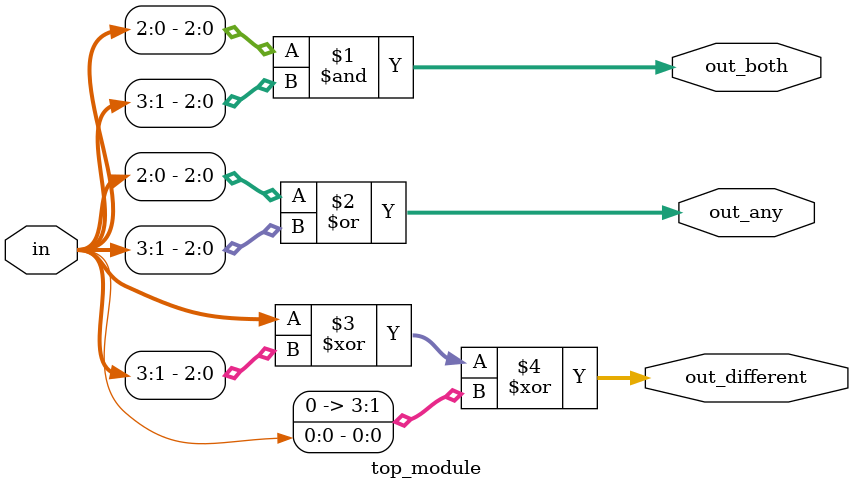
<source format=sv>
module top_module (
    input [3:0] in,
    output [2:0] out_both,
    output [3:0] out_any,
    output [3:0] out_different
);

assign out_both = in[2:0] & in[3:1];
assign out_any = in[2:0] | in[3:1];
assign out_different = in ^ in[3:1] ^ {3'b0, in[0]};

endmodule

</source>
